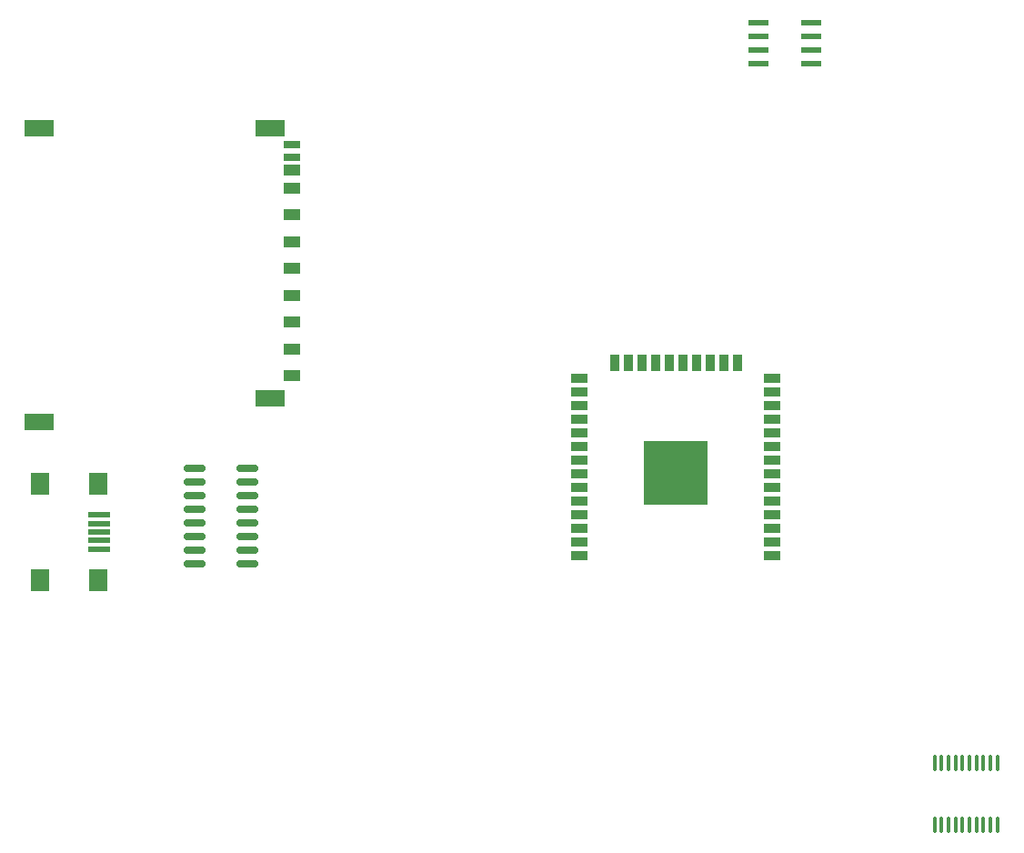
<source format=gtp>
%TF.GenerationSoftware,KiCad,Pcbnew,7.0.2*%
%TF.CreationDate,2024-05-21T23:22:59+08:00*%
%TF.ProjectId,MegaGRRLDesktop,4d656761-4752-4524-9c44-65736b746f70,rev?*%
%TF.SameCoordinates,Original*%
%TF.FileFunction,Paste,Top*%
%TF.FilePolarity,Positive*%
%FSLAX46Y46*%
G04 Gerber Fmt 4.6, Leading zero omitted, Abs format (unit mm)*
G04 Created by KiCad (PCBNEW 7.0.2) date 2024-05-21 23:22:59*
%MOMM*%
%LPD*%
G01*
G04 APERTURE LIST*
G04 Aperture macros list*
%AMRoundRect*
0 Rectangle with rounded corners*
0 $1 Rounding radius*
0 $2 $3 $4 $5 $6 $7 $8 $9 X,Y pos of 4 corners*
0 Add a 4 corners polygon primitive as box body*
4,1,4,$2,$3,$4,$5,$6,$7,$8,$9,$2,$3,0*
0 Add four circle primitives for the rounded corners*
1,1,$1+$1,$2,$3*
1,1,$1+$1,$4,$5*
1,1,$1+$1,$6,$7*
1,1,$1+$1,$8,$9*
0 Add four rect primitives between the rounded corners*
20,1,$1+$1,$2,$3,$4,$5,0*
20,1,$1+$1,$4,$5,$6,$7,0*
20,1,$1+$1,$6,$7,$8,$9,0*
20,1,$1+$1,$8,$9,$2,$3,0*%
G04 Aperture macros list end*
%ADD10RoundRect,0.100000X0.100000X-0.637500X0.100000X0.637500X-0.100000X0.637500X-0.100000X-0.637500X0*%
%ADD11R,2.000000X0.500000*%
%ADD12R,1.700000X2.000000*%
%ADD13R,1.500000X1.000000*%
%ADD14R,1.500000X0.700000*%
%ADD15R,2.800000X1.500000*%
%ADD16RoundRect,0.150000X-0.825000X-0.150000X0.825000X-0.150000X0.825000X0.150000X-0.825000X0.150000X0*%
%ADD17R,1.981200X0.558800*%
%ADD18R,1.500000X0.900000*%
%ADD19R,0.900000X1.500000*%
%ADD20R,6.000000X6.000000*%
G04 APERTURE END LIST*
D10*
%TO.C,IC9*%
X172589000Y-139006500D03*
X173239000Y-139006500D03*
X173889000Y-139006500D03*
X174539000Y-139006500D03*
X175189000Y-139006500D03*
X175839000Y-139006500D03*
X176489000Y-139006500D03*
X177139000Y-139006500D03*
X177789000Y-139006500D03*
X178439000Y-139006500D03*
X178439000Y-133281500D03*
X177789000Y-133281500D03*
X177139000Y-133281500D03*
X176489000Y-133281500D03*
X175839000Y-133281500D03*
X175189000Y-133281500D03*
X174539000Y-133281500D03*
X173889000Y-133281500D03*
X173239000Y-133281500D03*
X172589000Y-133281500D03*
%TD*%
D11*
%TO.C,J1*%
X94850000Y-110150000D03*
X94850000Y-110950000D03*
X94850000Y-111750000D03*
X94850000Y-112550000D03*
X94850000Y-113350000D03*
D12*
X94750000Y-107300000D03*
X89300000Y-107300000D03*
X94750000Y-116200000D03*
X89300000Y-116200000D03*
%TD*%
D13*
%TO.C,J3*%
X112756100Y-94698600D03*
X112756100Y-92198600D03*
X112756100Y-89698600D03*
X112756100Y-87198600D03*
X112756100Y-84698600D03*
X112756100Y-82198600D03*
X112756100Y-79768600D03*
X112756100Y-78068600D03*
X112756100Y-97198600D03*
D14*
X112756100Y-76868600D03*
X112756100Y-75668600D03*
D15*
X89256100Y-74173600D03*
X89256100Y-101473600D03*
X110756100Y-74173600D03*
X110756100Y-99273600D03*
%TD*%
D16*
%TO.C,IC14*%
X103697000Y-105791000D03*
X103697000Y-107061000D03*
X103697000Y-108331000D03*
X103697000Y-109601000D03*
X103697000Y-110871000D03*
X103697000Y-112141000D03*
X103697000Y-113411000D03*
X103697000Y-114681000D03*
X108647000Y-114681000D03*
X108647000Y-113411000D03*
X108647000Y-112141000D03*
X108647000Y-110871000D03*
X108647000Y-109601000D03*
X108647000Y-108331000D03*
X108647000Y-107061000D03*
X108647000Y-105791000D03*
%TD*%
D17*
%TO.C,IC11*%
X156197300Y-64363600D03*
X156197300Y-65633600D03*
X156197300Y-66903600D03*
X156197300Y-68173600D03*
X161124900Y-68173600D03*
X161124900Y-66903600D03*
X161124900Y-65633600D03*
X161124900Y-64363600D03*
%TD*%
D18*
%TO.C,IC12*%
X157501100Y-113973600D03*
X157501100Y-112703600D03*
X157501100Y-111433600D03*
X157501100Y-110163600D03*
X157501100Y-108893600D03*
X157501100Y-107623600D03*
X157501100Y-106353600D03*
X157501100Y-105083600D03*
X157501100Y-103813600D03*
X157501100Y-102543600D03*
X157501100Y-101273600D03*
X157501100Y-100003600D03*
X157501100Y-98733600D03*
X157501100Y-97463600D03*
D19*
X154216100Y-95973600D03*
X152946100Y-95973600D03*
X151676100Y-95973600D03*
X150406100Y-95973600D03*
X149136100Y-95973600D03*
X147866100Y-95973600D03*
X146596100Y-95973600D03*
X145326100Y-95973600D03*
X144056100Y-95973600D03*
X142786100Y-95973600D03*
D18*
X139501100Y-97463600D03*
X139501100Y-98733600D03*
X139501100Y-100003600D03*
X139501100Y-101273600D03*
X139501100Y-102543600D03*
X139501100Y-103813600D03*
X139501100Y-105083600D03*
X139501100Y-106353600D03*
X139501100Y-107623600D03*
X139501100Y-108893600D03*
X139501100Y-110163600D03*
X139501100Y-111433600D03*
X139501100Y-112703600D03*
X139501100Y-113973600D03*
D20*
X148501100Y-106273600D03*
%TD*%
M02*

</source>
